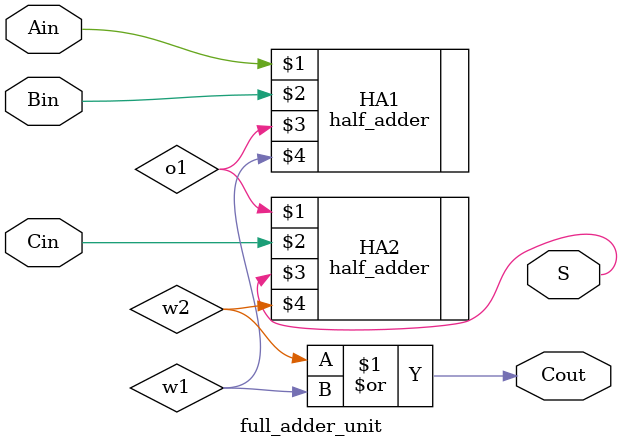
<source format=v>
`include "../HalfAdder/half_adder.v"

module full_adder_unit(Ain,Bin,Cin,S,Cout);
    input Ain,Bin,Cin;
    output S,Cout;

    wire w1,w2,o1;
    half_adder HA1(Ain,Bin,o1,w1);
    half_adder HA2(o1,Cin,S,w2);

    or (Cout,w2,w1);

endmodule
</source>
